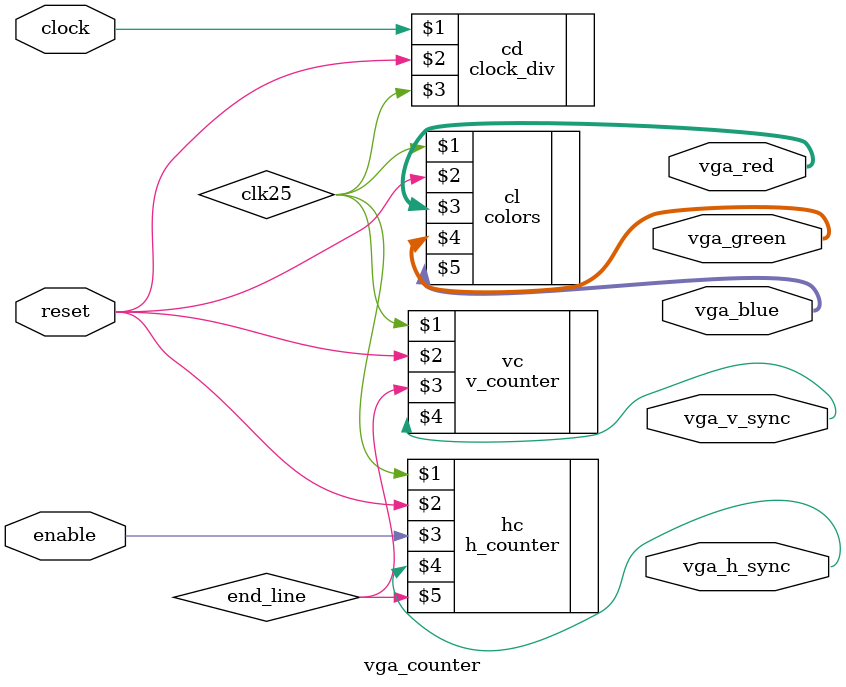
<source format=v>
`timescale 1ns / 1ps

module vga_counter(
    input clock,
    input reset,
    input enable,
    
    output vga_h_sync,
    output vga_v_sync,    
    
    // output end_line, end_frame,
    
    // output [9:0] v_counter,
    // output [9:0] h_counter,
    
    output [3:0] vga_red, vga_green, vga_blue
    );
    
    // Clock Divider (100 MHz -> 25 MHz)
    wire clk25;        
    clock_div cd(clock, reset, clk25);
        
    // VGA Hardware 
    wire end_line;
    h_counter hc(clk25, reset, enable, vga_h_sync, end_line);
    v_counter vc(clk25, reset, end_line, vga_v_sync);
    colors    cl(clk25, reset, vga_red, vga_green, vga_blue);
    
endmodule

</source>
